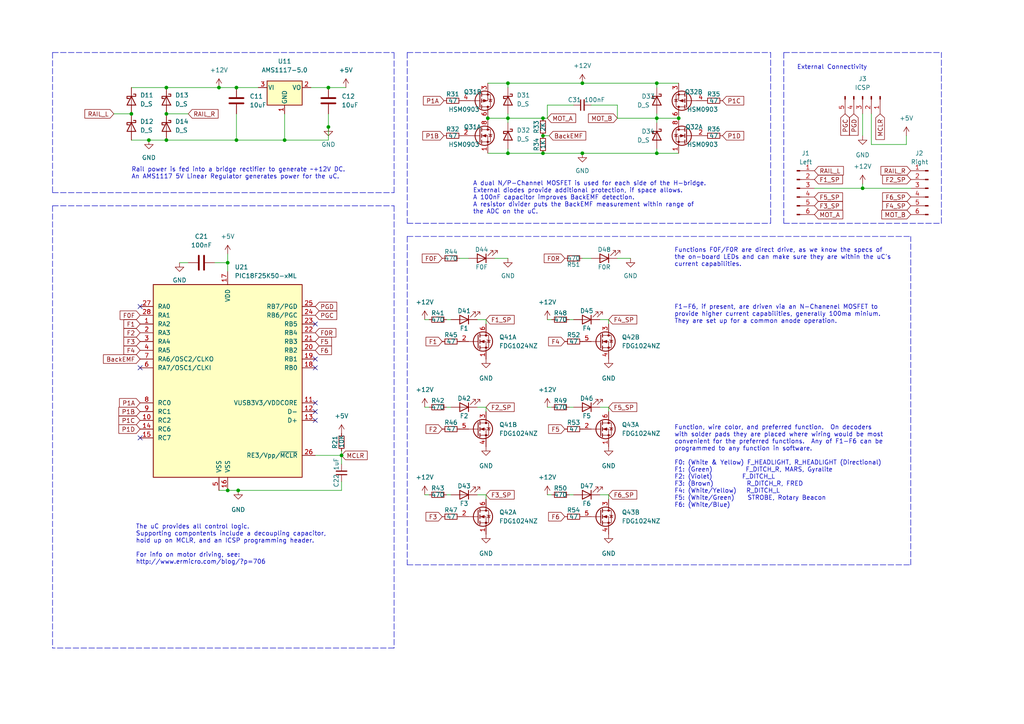
<source format=kicad_sch>
(kicad_sch (version 20211123) (generator eeschema)
  (paper "A4")
  (lib_symbols
    (symbol "Connector:Conn_01x05_Male" (pin_names (offset 1.016) hide)
      (property "Reference" "J" (at 0 7.62 0))
      (property "Value" "Conn_01x05_Male" (at 0 -7.62 0))
      (symbol "Conn_01x05_Male_1_1"
        (polyline (pts (xy 1.27 -5.08) (xy 0.8636 -5.08)) (stroke (width 0.1524)))
        (polyline (pts (xy 1.27 -2.54) (xy 0.8636 -2.54)) (stroke (width 0.1524)))
        (polyline (pts (xy 1.27 0) (xy 0.8636 0)) (stroke (width 0.1524)))
        (polyline (pts (xy 1.27 2.54) (xy 0.8636 2.54)) (stroke (width 0.1524)))
        (polyline (pts (xy 1.27 5.08) (xy 0.8636 5.08)) (stroke (width 0.1524)))
        (rectangle (start 0.8636 -4.953) (end 0 -5.207) (stroke (width 0.1524)) (fill (type outline)))
        (rectangle (start 0.8636 -2.413) (end 0 -2.667) (stroke (width 0.1524)) (fill (type outline)))
        (rectangle (start 0.8636 0.127) (end 0 -0.127) (stroke (width 0.1524)) (fill (type outline)))
        (rectangle (start 0.8636 2.667) (end 0 2.413) (stroke (width 0.1524)) (fill (type outline)))
        (rectangle (start 0.8636 5.207) (end 0 4.953) (stroke (width 0.1524)) (fill (type outline)))
        (pin passive line (at 5.08 5.08 180) (length 3.81) (name "Pin_1") (number "1"))
        (pin passive line (at 5.08 2.54 180) (length 3.81) (name "Pin_2") (number "2"))
        (pin passive line (at 5.08 0 180) (length 3.81) (name "Pin_3") (number "3"))
        (pin passive line (at 5.08 -2.54 180) (length 3.81) (name "Pin_4") (number "4"))
        (pin passive line (at 5.08 -5.08 180) (length 3.81) (name "Pin_5") (number "5"))
      )
    )
    (symbol "Connector:Conn_01x06_Male" (pin_names (offset 1.016) hide)
      (property "Reference" "J" (at 0 7.62 0))
      (property "Value" "Conn_01x06_Male" (at 0 -10.16 0))
      (symbol "Conn_01x06_Male_1_1"
        (polyline (pts (xy 1.27 -7.62) (xy 0.8636 -7.62)) (stroke (width 0.1524)))
        (polyline (pts (xy 1.27 -5.08) (xy 0.8636 -5.08)) (stroke (width 0.1524)))
        (polyline (pts (xy 1.27 -2.54) (xy 0.8636 -2.54)) (stroke (width 0.1524)))
        (polyline (pts (xy 1.27 0) (xy 0.8636 0)) (stroke (width 0.1524)))
        (polyline (pts (xy 1.27 2.54) (xy 0.8636 2.54)) (stroke (width 0.1524)))
        (polyline (pts (xy 1.27 5.08) (xy 0.8636 5.08)) (stroke (width 0.1524)))
        (rectangle (start 0.8636 -7.493) (end 0 -7.747) (stroke (width 0.1524)) (fill (type outline)))
        (rectangle (start 0.8636 -4.953) (end 0 -5.207) (stroke (width 0.1524)) (fill (type outline)))
        (rectangle (start 0.8636 -2.413) (end 0 -2.667) (stroke (width 0.1524)) (fill (type outline)))
        (rectangle (start 0.8636 0.127) (end 0 -0.127) (stroke (width 0.1524)) (fill (type outline)))
        (rectangle (start 0.8636 2.667) (end 0 2.413) (stroke (width 0.1524)) (fill (type outline)))
        (rectangle (start 0.8636 5.207) (end 0 4.953) (stroke (width 0.1524)) (fill (type outline)))
        (pin passive line (at 5.08 5.08 180) (length 3.81) (name "Pin_1") (number "1"))
        (pin passive line (at 5.08 2.54 180) (length 3.81) (name "Pin_2") (number "2"))
        (pin passive line (at 5.08 0 180) (length 3.81) (name "Pin_3") (number "3"))
        (pin passive line (at 5.08 -2.54 180) (length 3.81) (name "Pin_4") (number "4"))
        (pin passive line (at 5.08 -5.08 180) (length 3.81) (name "Pin_5") (number "5"))
        (pin passive line (at 5.08 -7.62 180) (length 3.81) (name "Pin_6") (number "6"))
      )
    )
    (symbol "Device:C" (pin_numbers hide) (pin_names (offset 0.254))
      (property "Reference" "C" (at 0.635 2.54 0))
      (property "Value" "C" (at 0.635 -2.54 0))
      (symbol "C_0_1"
        (polyline (pts (xy -2.032 -0.762) (xy 2.032 -0.762)) (stroke (width 0.508)))
        (polyline (pts (xy -2.032 0.762) (xy 2.032 0.762)) (stroke (width 0.508)))
      )
      (symbol "C_1_1"
        (pin passive line (at 0 3.81 270) (length 2.794) (name "~") (number "1"))
        (pin passive line (at 0 -3.81 90) (length 2.794) (name "~") (number "2"))
      )
    )
    (symbol "Device:C_Small" (pin_numbers hide) (pin_names (offset 0.254) hide)
      (property "Reference" "C" (at 0.254 1.778 0))
      (property "Value" "C_Small" (at 0.254 -2.032 0))
      (symbol "C_Small_0_1"
        (polyline (pts (xy -1.524 -0.508) (xy 1.524 -0.508)) (stroke (width 0.3302)))
        (polyline (pts (xy -1.524 0.508) (xy 1.524 0.508)) (stroke (width 0.3048)))
      )
      (symbol "C_Small_1_1"
        (pin passive line (at 0 2.54 270) (length 2.032) (name "~") (number "1"))
        (pin passive line (at 0 -2.54 90) (length 2.032) (name "~") (number "2"))
      )
    )
    (symbol "Device:D_Schottky" (pin_numbers hide) (pin_names (offset 1.016) hide)
      (property "Reference" "D" (at 0 2.54 0))
      (property "Value" "D_Schottky" (at 0 -2.54 0))
      (symbol "D_Schottky_0_1"
        (polyline (pts (xy 1.27 0) (xy -1.27 0)))
        (polyline (pts (xy 1.27 1.27) (xy 1.27 -1.27) (xy -1.27 0) (xy 1.27 1.27)) (stroke (width 0.254)))
        (polyline (pts (xy -1.905 0.635) (xy -1.905 1.27) (xy -1.27 1.27) (xy -1.27 -1.27) (xy -0.635 -1.27) (xy -0.635 -0.635)) (stroke (width 0.254)))
      )
      (symbol "D_Schottky_1_1"
        (pin passive line (at -3.81 0 0) (length 2.54) (name "K") (number "1"))
        (pin passive line (at 3.81 0 180) (length 2.54) (name "A") (number "2"))
      )
    )
    (symbol "Device:LED" (pin_numbers hide) (pin_names (offset 1.016) hide)
      (property "Reference" "D" (at 0 2.54 0))
      (property "Value" "LED" (at 0 -2.54 0))
      (symbol "LED_0_1"
        (polyline (pts (xy -1.27 -1.27) (xy -1.27 1.27)) (stroke (width 0.254)))
        (polyline (pts (xy -1.27 0) (xy 1.27 0)))
        (polyline (pts (xy 1.27 -1.27) (xy 1.27 1.27) (xy -1.27 0) (xy 1.27 -1.27)) (stroke (width 0.254)))
        (polyline (pts (xy -3.048 -0.762) (xy -4.572 -2.286) (xy -3.81 -2.286) (xy -4.572 -2.286) (xy -4.572 -1.524)))
        (polyline (pts (xy -1.778 -0.762) (xy -3.302 -2.286) (xy -2.54 -2.286) (xy -3.302 -2.286) (xy -3.302 -1.524)))
      )
      (symbol "LED_1_1"
        (pin passive line (at -3.81 0 0) (length 2.54) (name "K") (number "1"))
        (pin passive line (at 3.81 0 180) (length 2.54) (name "A") (number "2"))
      )
    )
    (symbol "Device:R_Small" (pin_numbers hide) (pin_names (offset 0.254) hide)
      (property "Reference" "R" (at 0.762 0.508 0))
      (property "Value" "R_Small" (at 0.762 -1.016 0))
      (symbol "R_Small_0_1"
        (rectangle (start -0.762 1.778) (end 0.762 -1.778) (stroke (width 0.2032)))
      )
      (symbol "R_Small_1_1"
        (pin passive line (at 0 2.54 270) (length 0.762) (name "~") (number "1"))
        (pin passive line (at 0 -2.54 90) (length 0.762) (name "~") (number "2"))
      )
    )
    (symbol "Leo's Library:TPC8408" (pin_names hide)
      (property "Reference" "Q" (at 5.08 1.905 0))
      (property "Value" "TPC8408" (at 5.08 0 0))
      (symbol "TPC8408_0_1"
        (polyline (pts (xy 0.254 0) (xy -2.54 0)))
        (polyline (pts (xy 0.254 1.905) (xy 0.254 -1.905)) (stroke (width 0.254)))
        (polyline (pts (xy 0.762 -1.27) (xy 0.762 -2.286)) (stroke (width 0.254)))
        (polyline (pts (xy 0.762 0.508) (xy 0.762 -0.508)) (stroke (width 0.254)))
        (polyline (pts (xy 0.762 2.286) (xy 0.762 1.27)) (stroke (width 0.254)))
        (polyline (pts (xy 2.54 2.54) (xy 2.54 1.778)))
        (polyline (pts (xy 2.54 -2.54) (xy 2.54 0) (xy 0.762 0)))
        (polyline (pts (xy 0.762 -1.778) (xy 3.302 -1.778) (xy 3.302 1.778) (xy 0.762 1.778)))
        (circle (center 1.651 0) (radius 2.794) (stroke (width 0.254)))
        (circle (center 2.54 -1.778) (radius 0.254) (fill (type outline)))
        (circle (center 2.54 1.778) (radius 0.254) (fill (type outline)))
      )
      (symbol "TPC8408_1_1"
        (polyline (pts (xy 1.016 0) (xy 2.032 0.381) (xy 2.032 -0.381) (xy 1.016 0)) (fill (type outline)))
        (polyline (pts (xy 2.794 0.508) (xy 2.921 0.381) (xy 3.683 0.381) (xy 3.81 0.254)))
        (polyline (pts (xy 3.302 0.381) (xy 2.921 -0.254) (xy 3.683 -0.254) (xy 3.302 0.381)))
        (pin passive line (at 2.54 -5.08 90) (length 2.54) (name "S") (number "1"))
        (pin input line (at -5.08 0 0) (length 2.54) (name "G") (number "2"))
        (pin passive line (at 2.54 5.08 270) (length 2.54) hide (name "D") (number "7"))
        (pin passive line (at 2.54 5.08 270) (length 2.54) (name "D") (number "8"))
      )
      (symbol "TPC8408_2_1"
        (polyline (pts (xy 2.286 0) (xy 1.27 0.381) (xy 1.27 -0.381) (xy 2.286 0)) (fill (type outline)))
        (polyline (pts (xy 2.794 -0.508) (xy 2.921 -0.381) (xy 3.683 -0.381) (xy 3.81 -0.254)))
        (polyline (pts (xy 3.302 -0.381) (xy 2.921 0.254) (xy 3.683 0.254) (xy 3.302 -0.381)))
        (pin passive line (at 2.54 -5.08 90) (length 2.54) (name "1") (number "3"))
        (pin input line (at -5.08 0 0) (length 2.54) (name "G") (number "4"))
        (pin passive line (at 2.54 5.08 270) (length 2.54) hide (name "D") (number "5"))
        (pin passive line (at 2.54 5.08 270) (length 2.54) (name "D") (number "6"))
      )
    )
    (symbol "MCU_Microchip_PIC18:PIC18F25K50-xML" (pin_names (offset 1.27))
      (property "Reference" "U" (at -20.32 30.48 0))
      (property "Value" "PIC18F25K50-xML" (at 12.7 -27.94 0))
      (symbol "PIC18F25K50-xML_0_1"
        (rectangle (start -21.59 29.21) (end 21.59 -26.67) (stroke (width 0.254)) (fill (type background)))
      )
      (symbol "PIC18F25K50-xML_1_1"
        (pin bidirectional line (at -25.4 17.78 0) (length 3.81) (name "RA2") (number "1"))
        (pin bidirectional line (at -25.4 -10.16 0) (length 3.81) (name "RC2") (number "10"))
        (pin bidirectional line (at 25.4 -5.08 180) (length 3.81) (name "VUSB3V3/VDDCORE") (number "11"))
        (pin bidirectional line (at 25.4 -7.62 180) (length 3.81) (name "D-") (number "12"))
        (pin bidirectional line (at 25.4 -10.16 180) (length 3.81) (name "D+") (number "13"))
        (pin bidirectional line (at -25.4 -12.7 0) (length 3.81) (name "RC6") (number "14"))
        (pin bidirectional line (at -25.4 -15.24 0) (length 3.81) (name "RC7") (number "15"))
        (pin power_in line (at 0 -30.48 90) (length 3.81) (name "VSS") (number "16"))
        (pin power_in line (at 0 33.02 270) (length 3.81) (name "VDD") (number "17"))
        (pin bidirectional line (at 25.4 5.08 180) (length 3.81) (name "RB0") (number "18"))
        (pin bidirectional line (at 25.4 7.62 180) (length 3.81) (name "RB1") (number "19"))
        (pin bidirectional line (at -25.4 15.24 0) (length 3.81) (name "RA3") (number "2"))
        (pin bidirectional line (at 25.4 10.16 180) (length 3.81) (name "RB2") (number "20"))
        (pin bidirectional line (at 25.4 12.7 180) (length 3.81) (name "RB3") (number "21"))
        (pin bidirectional line (at 25.4 15.24 180) (length 3.81) (name "RB4") (number "22"))
        (pin bidirectional line (at 25.4 17.78 180) (length 3.81) (name "RB5") (number "23"))
        (pin bidirectional line (at 25.4 20.32 180) (length 3.81) (name "RB6/PGC") (number "24"))
        (pin bidirectional line (at 25.4 22.86 180) (length 3.81) (name "RB7/PGD") (number "25"))
        (pin input line (at 25.4 -20.32 180) (length 3.81) (name "RE3/Vpp/~{MCLR}") (number "26"))
        (pin bidirectional line (at -25.4 22.86 0) (length 3.81) (name "RA0") (number "27"))
        (pin bidirectional line (at -25.4 20.32 0) (length 3.81) (name "RA1") (number "28"))
        (pin bidirectional line (at -25.4 12.7 0) (length 3.81) (name "RA4") (number "3"))
        (pin bidirectional line (at -25.4 10.16 0) (length 3.81) (name "RA5") (number "4"))
        (pin power_in line (at -2.54 -30.48 90) (length 3.81) (name "VSS") (number "5"))
        (pin input line (at -25.4 5.08 0) (length 3.81) (name "RA7/OSC1/CLKI") (number "6"))
        (pin output line (at -25.4 7.62 0) (length 3.81) (name "RA6/OSC2/CLKO") (number "7"))
        (pin bidirectional line (at -25.4 -5.08 0) (length 3.81) (name "RC0") (number "8"))
        (pin bidirectional line (at -25.4 -7.62 0) (length 3.81) (name "RC1") (number "9"))
      )
    )
    (symbol "Regulator_Linear:AMS1117-5.0" (pin_names (offset 0.254))
      (property "Reference" "U" (at -3.81 3.175 0))
      (property "Value" "AMS1117-5.0" (at 0 3.175 0))
      (symbol "AMS1117-5.0_0_1"
        (rectangle (start -5.08 -5.08) (end 5.08 1.905) (stroke (width 0.254)) (fill (type background)))
      )
      (symbol "AMS1117-5.0_1_1"
        (pin power_in line (at 0 -7.62 90) (length 2.54) (name "GND") (number "1"))
        (pin power_out line (at 7.62 0 180) (length 2.54) (name "VO") (number "2"))
        (pin power_in line (at -7.62 0 0) (length 2.54) (name "VI") (number "3"))
      )
    )
    (symbol "Transistor_FET:FDG1024NZ" (pin_names hide)
      (property "Reference" "Q" (at 5.08 1.905 0))
      (property "Value" "FDG1024NZ" (at 5.08 0 0))
      (symbol "FDG1024NZ_0_1"
        (polyline (pts (xy 0.254 0) (xy -2.54 0)))
        (polyline (pts (xy 0.254 1.905) (xy 0.254 -1.905)) (stroke (width 0.254)))
        (polyline (pts (xy 0.762 -1.27) (xy 0.762 -2.286)) (stroke (width 0.254)))
        (polyline (pts (xy 0.762 0.508) (xy 0.762 -0.508)) (stroke (width 0.254)))
        (polyline (pts (xy 0.762 2.286) (xy 0.762 1.27)) (stroke (width 0.254)))
        (polyline (pts (xy 2.54 2.54) (xy 2.54 1.778)))
        (polyline (pts (xy 2.54 -2.54) (xy 2.54 0) (xy 0.762 0)))
        (polyline (pts (xy 0.762 -1.778) (xy 3.302 -1.778) (xy 3.302 1.778) (xy 0.762 1.778)))
        (polyline (pts (xy 1.016 0) (xy 2.032 0.381) (xy 2.032 -0.381) (xy 1.016 0)) (fill (type outline)))
        (polyline (pts (xy 2.794 0.508) (xy 2.921 0.381) (xy 3.683 0.381) (xy 3.81 0.254)))
        (polyline (pts (xy 3.302 0.381) (xy 2.921 -0.254) (xy 3.683 -0.254) (xy 3.302 0.381)))
        (circle (center 1.651 0) (radius 2.794) (stroke (width 0.254)))
        (circle (center 2.54 -1.778) (radius 0.254) (fill (type outline)))
        (circle (center 2.54 1.778) (radius 0.254) (fill (type outline)))
      )
      (symbol "FDG1024NZ_1_1"
        (pin passive line (at 2.54 -5.08 90) (length 2.54) (name "S") (number "1"))
        (pin passive line (at -5.08 0 0) (length 2.54) (name "G") (number "2"))
        (pin passive line (at 2.54 5.08 270) (length 2.54) (name "D") (number "6"))
      )
      (symbol "FDG1024NZ_2_1"
        (pin passive line (at 2.54 5.08 270) (length 2.54) (name "D") (number "3"))
        (pin passive line (at 2.54 -5.08 90) (length 2.54) (name "S") (number "4"))
        (pin passive line (at -5.08 0 0) (length 2.54) (name "G") (number "5"))
      )
    )
    (symbol "power:+12V" (power) (pin_names (offset 0))
      (property "Value" "+12V" (at 0 3.556 0))
      (symbol "+12V_0_1"
        (polyline (pts (xy -0.762 1.27) (xy 0 2.54)))
        (polyline (pts (xy 0 0) (xy 0 2.54)))
        (polyline (pts (xy 0 2.54) (xy 0.762 1.27)))
      )
      (symbol "+12V_1_1"
        (pin power_in line (at 0 0 90) (length 0) hide (name "+12V") (number "1"))
      )
    )
    (symbol "power:+5V" (power) (pin_names (offset 0))
      (property "Value" "+5V" (at 0 3.556 0))
      (symbol "+5V_0_1"
        (polyline (pts (xy -0.762 1.27) (xy 0 2.54)))
        (polyline (pts (xy 0 0) (xy 0 2.54)))
        (polyline (pts (xy 0 2.54) (xy 0.762 1.27)))
      )
      (symbol "+5V_1_1"
        (pin power_in line (at 0 0 90) (length 0) hide (name "+5V") (number "1"))
      )
    )
    (symbol "power:GND" (power) (pin_names (offset 0))
      (property "Value" "GND" (at 0 -3.81 0))
      (symbol "GND_0_1"
        (polyline (pts (xy 0 0) (xy 0 -1.27) (xy 1.27 -1.27) (xy 0 -2.54) (xy -1.27 -1.27) (xy 0 -1.27)))
      )
      (symbol "GND_1_1"
        (pin power_in line (at 0 0 270) (length 0) hide (name "GND") (number "1"))
      )
    )
  )
  (junction (at 250.19 54.61))
  (junction (at 68.58 25.4))
  (junction (at 48.26 33.02))
  (junction (at 147.32 24.13))
  (junction (at 69.088 142.24))
  (junction (at 66.04 76.2))
  (junction (at 43.18 40.64))
  (junction (at 48.26 40.64))
  (junction (at 99.06 132.08))
  (junction (at 168.91 44.45))
  (junction (at 95.25 25.4))
  (junction (at 68.58 40.64))
  (junction (at 196.85 34.29))
  (junction (at 168.91 24.13))
  (junction (at 48.26 25.4))
  (junction (at 190.5 34.29))
  (junction (at 63.5 25.4))
  (junction (at 157.48 34.29))
  (junction (at 95.25 36.83))
  (junction (at 157.48 44.45))
  (junction (at 38.1 33.02))
  (junction (at 157.48 39.37))
  (junction (at 141.478 34.29))
  (junction (at 190.5 44.45))
  (junction (at 66.04 142.24))
  (junction (at 147.32 34.29))
  (junction (at 147.32 44.45))
  (junction (at 82.55 40.64))
  (junction (at 190.5 24.13))
  (no_connect (at 91.44 119.38))
  (no_connect (at 91.44 93.98))
  (no_connect (at 91.44 104.14))
  (no_connect (at 91.44 106.68))
  (no_connect (at 40.64 106.68))
  (no_connect (at 40.64 88.9))
  (no_connect (at 40.64 127))
  (no_connect (at 91.44 116.84))
  (no_connect (at 91.44 121.92))
  (wire (pts (xy 250.19 54.61) (xy 264.16 54.61)))
  (wire (pts (xy 250.19 53.34) (xy 250.19 54.61)))
  (wire (pts (xy 190.5 43.18) (xy 190.5 44.45)))
  (wire (pts (xy 82.55 40.64) (xy 82.55 33.02)))
  (wire (pts (xy 158.75 143.51) (xy 160.02 143.51)))
  (wire (pts (xy 147.32 24.13) (xy 168.91 24.13)))
  (wire (pts (xy 176.53 143.51) (xy 176.53 144.78)))
  (wire (pts (xy 52.07 76.2) (xy 54.61 76.2)))
  (wire (pts (xy 129.54 118.11) (xy 130.81 118.11)))
  (wire (pts (xy 138.43 143.51) (xy 140.97 143.51)))
  (wire (pts (xy 68.58 33.02) (xy 68.58 40.64)))
  (wire (pts (xy 140.97 118.11) (xy 140.97 119.38)))
  (wire (pts (xy 190.5 34.29) (xy 190.5 35.56)))
  (wire (pts (xy 190.5 24.13) (xy 196.85 24.13)))
  (wire (pts (xy 95.25 25.4) (xy 100.33 25.4)))
  (wire (pts (xy 147.32 43.18) (xy 147.32 44.45)))
  (wire (pts (xy 168.91 74.93) (xy 171.45 74.93)))
  (wire (pts (xy 252.73 41.91) (xy 262.89 41.91)))
  (wire (pts (xy 69.088 142.24) (xy 99.06 142.24)))
  (polyline (pts (xy 227.33 15.24) (xy 273.05 15.24)))
  (wire (pts (xy 141.478 44.45) (xy 147.32 44.45)))
  (wire (pts (xy 252.73 33.02) (xy 252.73 41.91)))
  (wire (pts (xy 173.99 92.71) (xy 176.53 92.71)))
  (wire (pts (xy 141.478 34.29) (xy 147.32 34.29)))
  (wire (pts (xy 66.04 73.66) (xy 66.04 76.2)))
  (wire (pts (xy 165.1 118.11) (xy 166.37 118.11)))
  (wire (pts (xy 138.43 92.71) (xy 140.97 92.71)))
  (wire (pts (xy 95.25 36.83) (xy 95.25 33.02)))
  (wire (pts (xy 140.97 92.71) (xy 140.97 93.98)))
  (wire (pts (xy 140.97 143.51) (xy 140.97 144.78)))
  (wire (pts (xy 82.55 40.64) (xy 95.25 40.64)))
  (wire (pts (xy 48.26 40.64) (xy 68.58 40.64)))
  (wire (pts (xy 190.5 33.02) (xy 190.5 34.29)))
  (polyline (pts (xy 273.05 64.77) (xy 273.05 15.24)))
  (polyline (pts (xy 118.11 64.77) (xy 223.52 64.77)))
  (polyline (pts (xy 227.33 15.24) (xy 227.33 64.77)))
  (wire (pts (xy 176.53 92.71) (xy 176.53 93.98)))
  (wire (pts (xy 66.04 142.24) (xy 69.088 142.24)))
  (wire (pts (xy 147.32 34.29) (xy 147.32 35.56)))
  (wire (pts (xy 157.48 44.45) (xy 168.91 44.45)))
  (wire (pts (xy 179.07 74.93) (xy 182.88 74.93)))
  (wire (pts (xy 190.5 24.13) (xy 190.5 25.4)))
  (wire (pts (xy 147.32 24.13) (xy 147.32 25.4)))
  (wire (pts (xy 48.26 33.02) (xy 54.61 33.02)))
  (polyline (pts (xy 227.33 64.77) (xy 273.05 64.77)))
  (wire (pts (xy 33.02 33.02) (xy 38.1 33.02)))
  (wire (pts (xy 38.1 25.4) (xy 48.26 25.4)))
  (wire (pts (xy 95.25 40.64) (xy 95.25 36.83)))
  (wire (pts (xy 158.75 92.71) (xy 160.02 92.71)))
  (polyline (pts (xy 118.11 68.58) (xy 118.11 163.83)))
  (polyline (pts (xy 223.52 64.77) (xy 223.52 15.24)))
  (polyline (pts (xy 118.11 68.58) (xy 264.16 68.58)))
  (wire (pts (xy 68.58 40.64) (xy 82.55 40.64)))
  (polyline (pts (xy 118.11 15.24) (xy 223.52 15.24)))
  (wire (pts (xy 141.478 24.13) (xy 147.32 24.13)))
  (wire (pts (xy 66.04 76.2) (xy 66.04 78.74)))
  (wire (pts (xy 179.07 34.29) (xy 190.5 34.29)))
  (wire (pts (xy 68.58 25.4) (xy 74.93 25.4)))
  (wire (pts (xy 62.23 76.2) (xy 66.04 76.2)))
  (polyline (pts (xy 118.11 15.24) (xy 118.11 64.77)))
  (wire (pts (xy 179.07 30.48) (xy 179.07 34.29)))
  (wire (pts (xy 158.75 118.11) (xy 160.02 118.11)))
  (wire (pts (xy 165.1 92.71) (xy 166.37 92.71)))
  (polyline (pts (xy 15.24 15.24) (xy 114.3 15.24)))
  (wire (pts (xy 165.1 143.51) (xy 166.37 143.51)))
  (wire (pts (xy 158.75 30.48) (xy 158.75 34.29)))
  (wire (pts (xy 166.37 30.48) (xy 158.75 30.48)))
  (wire (pts (xy 90.17 25.4) (xy 95.25 25.4)))
  (wire (pts (xy 133.35 74.93) (xy 135.89 74.93)))
  (wire (pts (xy 168.91 24.13) (xy 190.5 24.13)))
  (wire (pts (xy 129.54 143.51) (xy 130.81 143.51)))
  (wire (pts (xy 176.53 118.11) (xy 176.53 119.38)))
  (wire (pts (xy 138.43 118.11) (xy 140.97 118.11)))
  (wire (pts (xy 236.22 54.61) (xy 250.19 54.61)))
  (polyline (pts (xy 118.11 163.83) (xy 264.16 163.83)))
  (wire (pts (xy 123.19 143.51) (xy 124.46 143.51)))
  (wire (pts (xy 123.19 92.71) (xy 124.46 92.71)))
  (wire (pts (xy 190.5 34.29) (xy 196.85 34.29)))
  (wire (pts (xy 63.5 25.4) (xy 68.58 25.4)))
  (wire (pts (xy 91.44 132.08) (xy 99.06 132.08)))
  (wire (pts (xy 63.5 142.24) (xy 66.04 142.24)))
  (wire (pts (xy 147.32 44.45) (xy 157.48 44.45)))
  (polyline (pts (xy 15.24 15.24) (xy 15.24 55.88)))
  (polyline (pts (xy 114.3 55.88) (xy 114.3 15.24)))
  (polyline (pts (xy 264.16 163.83) (xy 264.16 68.58)))
  (wire (pts (xy 143.51 74.93) (xy 147.32 74.93)))
  (polyline (pts (xy 114.3 187.96) (xy 15.24 187.96)))
  (polyline (pts (xy 15.24 59.69) (xy 15.24 187.96)))
  (wire (pts (xy 173.99 118.11) (xy 176.53 118.11)))
  (wire (pts (xy 129.54 92.71) (xy 130.81 92.71)))
  (wire (pts (xy 99.06 130.81) (xy 99.06 132.08)))
  (wire (pts (xy 43.18 40.64) (xy 48.26 40.64)))
  (wire (pts (xy 250.19 33.02) (xy 250.19 39.37)))
  (wire (pts (xy 38.1 40.64) (xy 43.18 40.64)))
  (wire (pts (xy 147.32 34.29) (xy 157.48 34.29)))
  (wire (pts (xy 171.45 30.48) (xy 179.07 30.48)))
  (wire (pts (xy 123.19 118.11) (xy 124.46 118.11)))
  (wire (pts (xy 190.5 44.45) (xy 196.85 44.45)))
  (wire (pts (xy 99.06 132.08) (xy 99.06 134.62)))
  (wire (pts (xy 99.06 142.24) (xy 99.06 139.7)))
  (wire (pts (xy 262.89 41.91) (xy 262.89 39.37)))
  (polyline (pts (xy 15.24 59.69) (xy 114.3 59.69)))
  (wire (pts (xy 173.99 143.51) (xy 176.53 143.51)))
  (wire (pts (xy 157.48 39.37) (xy 159.258 39.37)))
  (wire (pts (xy 48.26 25.4) (xy 63.5 25.4)))
  (wire (pts (xy 157.48 34.29) (xy 158.75 34.29)))
  (wire (pts (xy 147.32 33.02) (xy 147.32 34.29)))
  (polyline (pts (xy 114.3 59.69) (xy 114.3 187.96)))
  (wire (pts (xy 168.91 44.45) (xy 190.5 44.45)))
  (polyline (pts (xy 15.24 55.88) (xy 114.3 55.88)))
  (text "Function, wire color, and preferred function.  On decoders\nwith solder pads they are placed where wiring would be most\nconvenient for the preferred functions.  Any of F1-F6 can be\nprogrammed to any function in software.\n\nF0: (White & Yellow) F_HEADLIGHT, R_HEADLIGHT (Directional)\nF1: (Green)          F_DITCH_R, MARS, Gyralite\nF2: (Violet)         F_DITCH_L\nF3: (Brown)          R_DITCH_R, FRED\nF4: (White/Yellow)   R_DITCH_L\nF5: (White/Green)    STROBE, Rotary Beacon\nF6: (White/Blue)" (at 195.58 147.32 0) (effects (font (size 1.27 1.27)) (justify left bottom)))
  (text "External Connectivity" (at 231.14 20.32 0) (effects (font (size 1.27 1.27)) (justify left bottom)))
  (text "F1-F6, if present, are driven via an N-Chanenel MOSFET to \nprovide higher current capabilities, generally 100ma minium.\nThey are set up for a common anode operation." (at 195.58 93.98 0) (effects (font (size 1.27 1.27)) (justify left bottom)))
  (text "The uC provides all control logic.\nSupporting compontents include a decoupling capacitor,\nhold up on MCLR, and an ICSP programming header.\n\nFor info on motor driving, see:\nhttp://www.ermicro.com/blog/?p=706" (at 39.37 163.83 0) (effects (font (size 1.27 1.27)) (justify left bottom)))
  (text "A dual N/P-Channel MOSFET is used for each side of the H-bridge.\nExternal diodes provide additional protection, if space allows.\nA 100nF capacitor improves BackEMF detection.\nA resistor divider puts the BackEMF measurement within range of\nthe ADC on the uC." (at 137.16 62.23 0) (effects (font (size 1.27 1.27)) (justify left bottom)))
  (text "Functions F0F/F0R are direct drive, as we know the specs of\nthe on-board LEDs and can make sure they are within the uC's\ncurrent capabilities." (at 195.58 77.47 0) (effects (font (size 1.27 1.27)) (justify left bottom)))
  (text "Rail power is fed into a bridge rectifier to generate ~+12V DC.\nAn AMS1117 5V Linear Regulator generates power for the uC." (at 38.1 52.07 0) (effects (font (size 1.27 1.27)) (justify left bottom)))
  (global_label "F2" (shape input) (at 128.27 124.46 180) (property "Intersheet References" "${INTERSHEET_REFS}" (effects hide)))
  (global_label "PGD" (shape input) (at 91.44 88.9 0) (property "Intersheet References" "${INTERSHEET_REFS}" (effects hide)))
  (global_label "RAIL_L" (shape input) (at 236.22 49.53 0) (property "Intersheet References" "${INTERSHEET_REFS}" (effects hide)))
  (global_label "MOT_A" (shape input) (at 236.22 62.23 0) (property "Intersheet References" "${INTERSHEET_REFS}" (effects hide)))
  (global_label "RAIL_L" (shape input) (at 33.02 33.02 180) (property "Intersheet References" "${INTERSHEET_REFS}" (effects hide)))
  (global_label "P1A" (shape input) (at 40.64 116.84 180) (property "Intersheet References" "${INTERSHEET_REFS}" (effects hide)))
  (global_label "MOT_B" (shape input) (at 179.07 34.29 180) (property "Intersheet References" "${INTERSHEET_REFS}" (effects hide)))
  (global_label "BackEMF" (shape input) (at 159.258 39.37 0) (property "Intersheet References" "${INTERSHEET_REFS}" (effects hide)))
  (global_label "MCLR" (shape input) (at 99.06 132.08 0) (property "Intersheet References" "${INTERSHEET_REFS}" (effects hide)))
  (global_label "MCLR" (shape input) (at 255.27 33.02 270) (property "Intersheet References" "${INTERSHEET_REFS}" (effects hide)))
  (global_label "P1B" (shape input) (at 40.64 119.38 180) (property "Intersheet References" "${INTERSHEET_REFS}" (effects hide)))
  (global_label "F1" (shape input) (at 128.27 99.06 180) (property "Intersheet References" "${INTERSHEET_REFS}" (effects hide)))
  (global_label "F4" (shape input) (at 163.83 99.06 180) (property "Intersheet References" "${INTERSHEET_REFS}" (effects hide)))
  (global_label "P1C" (shape input) (at 209.55 29.21 0) (property "Intersheet References" "${INTERSHEET_REFS}" (effects hide)))
  (global_label "F0R" (shape input) (at 163.83 74.93 180) (property "Intersheet References" "${INTERSHEET_REFS}" (effects hide)))
  (global_label "P1C" (shape input) (at 40.64 121.92 180) (property "Intersheet References" "${INTERSHEET_REFS}" (effects hide)))
  (global_label "F4_SP" (shape input) (at 264.16 59.69 180) (property "Intersheet References" "${INTERSHEET_REFS}" (effects hide)))
  (global_label "PGD" (shape input) (at 247.65 33.02 270) (property "Intersheet References" "${INTERSHEET_REFS}" (effects hide)))
  (global_label "F5" (shape input) (at 91.44 99.06 0) (property "Intersheet References" "${INTERSHEET_REFS}" (effects hide)))
  (global_label "F0R" (shape input) (at 91.44 96.52 0) (property "Intersheet References" "${INTERSHEET_REFS}" (effects hide)))
  (global_label "F0F" (shape input) (at 40.64 91.44 180) (property "Intersheet References" "${INTERSHEET_REFS}" (effects hide)))
  (global_label "F6_SP" (shape input) (at 176.53 143.51 0) (property "Intersheet References" "${INTERSHEET_REFS}" (effects hide)))
  (global_label "F2" (shape input) (at 40.64 96.52 180) (property "Intersheet References" "${INTERSHEET_REFS}" (effects hide)))
  (global_label "RAIL_R" (shape input) (at 54.61 33.02 0) (property "Intersheet References" "${INTERSHEET_REFS}" (effects hide)))
  (global_label "F4_SP" (shape input) (at 176.53 92.71 0) (property "Intersheet References" "${INTERSHEET_REFS}" (effects hide)))
  (global_label "RAIL_R" (shape input) (at 264.16 49.53 180) (property "Intersheet References" "${INTERSHEET_REFS}" (effects hide)))
  (global_label "F6" (shape input) (at 163.83 149.86 180) (property "Intersheet References" "${INTERSHEET_REFS}" (effects hide)))
  (global_label "PGC" (shape input) (at 91.44 91.44 0) (property "Intersheet References" "${INTERSHEET_REFS}" (effects hide)))
  (global_label "F3_SP" (shape input) (at 236.22 59.69 0) (property "Intersheet References" "${INTERSHEET_REFS}" (effects hide)))
  (global_label "F6_SP" (shape input) (at 264.16 57.15 180) (property "Intersheet References" "${INTERSHEET_REFS}" (effects hide)))
  (global_label "F3_SP" (shape input) (at 140.97 143.51 0) (property "Intersheet References" "${INTERSHEET_REFS}" (effects hide)))
  (global_label "F3" (shape input) (at 128.27 149.86 180) (property "Intersheet References" "${INTERSHEET_REFS}" (effects hide)))
  (global_label "F5" (shape input) (at 163.83 124.46 180) (property "Intersheet References" "${INTERSHEET_REFS}" (effects hide)))
  (global_label "F1_SP" (shape input) (at 140.97 92.71 0) (property "Intersheet References" "${INTERSHEET_REFS}" (effects hide)))
  (global_label "F6" (shape input) (at 91.44 101.6 0) (property "Intersheet References" "${INTERSHEET_REFS}" (effects hide)))
  (global_label "BackEMF" (shape input) (at 40.64 104.14 180) (property "Intersheet References" "${INTERSHEET_REFS}" (effects hide)))
  (global_label "F4" (shape input) (at 40.64 101.6 180) (property "Intersheet References" "${INTERSHEET_REFS}" (effects hide)))
  (global_label "F0F" (shape input) (at 128.27 74.93 180) (property "Intersheet References" "${INTERSHEET_REFS}" (effects hide)))
  (global_label "P1D" (shape input) (at 209.55 39.37 0) (property "Intersheet References" "${INTERSHEET_REFS}" (effects hide)))
  (global_label "F5_SP" (shape input) (at 176.53 118.11 0) (property "Intersheet References" "${INTERSHEET_REFS}" (effects hide)))
  (global_label "MOT_A" (shape input) (at 158.75 34.29 0) (property "Intersheet References" "${INTERSHEET_REFS}" (effects hide)))
  (global_label "MOT_B" (shape input) (at 264.16 62.23 180) (property "Intersheet References" "${INTERSHEET_REFS}" (effects hide)))
  (global_label "F1" (shape input) (at 40.64 93.98 180) (property "Intersheet References" "${INTERSHEET_REFS}" (effects hide)))
  (global_label "F5_SP" (shape input) (at 236.22 57.15 0) (property "Intersheet References" "${INTERSHEET_REFS}" (effects hide)))
  (global_label "F1_SP" (shape input) (at 236.22 52.07 0) (property "Intersheet References" "${INTERSHEET_REFS}" (effects hide)))
  (global_label "F3" (shape input) (at 40.64 99.06 180) (property "Intersheet References" "${INTERSHEET_REFS}" (effects hide)))
  (global_label "PGC" (shape input) (at 245.11 33.02 270) (property "Intersheet References" "${INTERSHEET_REFS}" (effects hide)))
  (global_label "P1A" (shape input) (at 128.778 29.21 180) (property "Intersheet References" "${INTERSHEET_REFS}" (effects hide)))
  (global_label "F2_SP" (shape input) (at 140.97 118.11 0) (property "Intersheet References" "${INTERSHEET_REFS}" (effects hide)))
  (global_label "P1B" (shape input) (at 128.778 39.37 180) (property "Intersheet References" "${INTERSHEET_REFS}" (effects hide)))
  (global_label "P1D" (shape input) (at 40.64 124.46 180) (property "Intersheet References" "${INTERSHEET_REFS}" (effects hide)))
  (global_label "F2_SP" (shape input) (at 264.16 52.07 180) (property "Intersheet References" "${INTERSHEET_REFS}" (effects hide)))
  (symbol (lib_id "Device:LED") (at 170.18 118.11 180) (unit 1)
    (property "Reference" "D46" (at 170.18 115.57 0))
    (property "Value" "F5" (at 170.18 120.65 0))
    (property "Footprint" "LED_SMD:LED_0805_2012Metric" (effects hide))
  )
  (symbol (lib_id "power:GND") (at 140.97 104.14 0) (unit 1)
    (property "Reference" "#PWR044" (effects hide))
    (property "Value" "GND" (at 140.97 109.728 0))
  )
  (symbol (lib_id "power:+12V") (at 123.19 118.11 0) (unit 1)
    (property "Reference" "#PWR042" (effects hide))
    (property "Value" "+12V" (at 123.19 113.03 0))
  )
  (symbol (lib_id "Device:R_Small") (at 127 118.11 90) (unit 1)
    (property "Reference" "R42" (at 127 116.205 90))
    (property "Value" "470" (at 127 118.11 90))
    (property "Footprint" "Resistor_SMD:R_0402_1005Metric" (effects hide))
  )
  (symbol (lib_id "Leo's Library:TPC8408") (at 199.39 29.21 180) (unit 2)
    (property "Reference" "Q32" (at 203.835 26.67 0) (effects (justify left)))
    (property "Value" "HSM0903" (at 208.28 31.75 0) (effects (justify left)))
    (property "Footprint" "Package_SO:SOP-8_3.9x4.9mm_P1.27mm" (effects hide))
    (property "Datasheet" "https://datasheet.lcsc.com/lcsc/2110221630_HUASHUO-HSM0903_C2903558.pdf" (effects hide))
  )
  (symbol (lib_id "Device:D_Schottky") (at 38.1 36.83 270) (unit 1)
    (property "Reference" "D12" (at 40.64 35.2424 90) (effects (justify left)))
    (property "Value" "D_S" (at 40.64 37.7824 90) (effects (justify left)))
    (property "Footprint" "Diode_SMD:D_SOD-523" (effects hide))
  )
  (symbol (lib_id "Device:R_Small") (at 166.37 149.86 90) (unit 1)
    (property "Reference" "R54" (at 166.37 147.955 90))
    (property "Value" "47" (at 166.37 149.86 90))
    (property "Footprint" "Resistor_SMD:R_0402_1005Metric" (effects hide))
  )
  (symbol (lib_id "Device:LED") (at 170.18 143.51 180) (unit 1)
    (property "Reference" "D47" (at 170.18 140.97 0))
    (property "Value" "F6" (at 170.18 146.05 0))
    (property "Footprint" "LED_SMD:LED_0805_2012Metric" (effects hide))
  )
  (symbol (lib_id "Transistor_FET:FDG1024NZ") (at 173.99 124.46 0) (unit 1)
    (property "Reference" "Q43" (at 180.34 123.1899 0) (effects (justify left)))
    (property "Value" "FDG1024NZ" (at 180.34 125.7299 0) (effects (justify left)))
    (property "Footprint" "Package_TO_SOT_SMD:SOT-363_SC-70-6" (effects hide))
    (property "Datasheet" "https://www.onsemi.com/pub/Collateral/FDG1024NZ-D.pdf" (effects hide))
  )
  (symbol (lib_id "power:GND") (at 69.088 142.24 0) (unit 1)
    (property "Reference" "#PWR023" (effects hide))
    (property "Value" "GND" (at 69.088 147.828 0))
  )
  (symbol (lib_id "Device:R_Small") (at 162.56 143.51 90) (unit 1)
    (property "Reference" "R50" (at 162.56 141.605 90))
    (property "Value" "470" (at 162.56 143.51 90))
    (property "Footprint" "Resistor_SMD:R_0402_1005Metric" (effects hide))
  )
  (symbol (lib_id "power:GND") (at 250.19 39.37 0) (unit 1)
    (property "Reference" "#PWR0106" (effects hide))
    (property "Value" "GND" (at 250.19 44.958 0))
  )
  (symbol (lib_id "Device:R_Small") (at 157.48 41.91 180) (unit 1)
    (property "Reference" "R34" (at 155.575 41.91 90))
    (property "Value" "1K" (at 157.48 41.91 90))
    (property "Footprint" "Resistor_SMD:R_0402_1005Metric" (effects hide))
  )
  (symbol (lib_id "Regulator_Linear:AMS1117-5.0") (at 82.55 25.4 0) (unit 1)
    (property "Reference" "U11" (at 82.55 17.78 0))
    (property "Value" "AMS1117-5.0" (at 82.55 20.32 0))
    (property "Footprint" "Package_TO_SOT_SMD:SOT-223-3_TabPin2" (effects hide))
    (property "Datasheet" "http://www.advanced-monolithic.com/pdf/ds1117.pdf" (effects hide))
  )
  (symbol (lib_id "power:+12V") (at 168.91 24.13 0) (unit 1)
    (property "Reference" "#PWR031" (effects hide))
    (property "Value" "+12V" (at 168.91 19.05 0))
  )
  (symbol (lib_id "power:GND") (at 52.07 76.2 0) (unit 1)
    (property "Reference" "#PWR021" (effects hide))
    (property "Value" "GND" (at 52.07 81.28 0))
  )
  (symbol (lib_id "Device:R_Small") (at 130.81 124.46 90) (unit 1)
    (property "Reference" "R46" (at 130.81 122.555 90))
    (property "Value" "47" (at 130.81 124.46 90))
    (property "Footprint" "Resistor_SMD:R_0402_1005Metric" (effects hide))
  )
  (symbol (lib_id "Device:LED") (at 170.18 92.71 180) (unit 1)
    (property "Reference" "D45" (at 170.18 90.17 0))
    (property "Value" "F4" (at 170.18 95.25 0))
    (property "Footprint" "LED_SMD:LED_0805_2012Metric" (effects hide))
  )
  (symbol (lib_id "Transistor_FET:FDG1024NZ") (at 173.99 99.06 0) (unit 2)
    (property "Reference" "Q42" (at 180.34 97.7899 0) (effects (justify left)))
    (property "Value" "FDG1024NZ" (at 180.34 100.3299 0) (effects (justify left)))
    (property "Footprint" "Package_TO_SOT_SMD:SOT-363_SC-70-6" (effects hide))
    (property "Datasheet" "https://www.onsemi.com/pub/Collateral/FDG1024NZ-D.pdf" (effects hide))
  )
  (symbol (lib_id "Device:LED") (at 175.26 74.93 180) (unit 1)
    (property "Reference" "D48" (at 175.26 72.39 0))
    (property "Value" "F0R" (at 175.26 77.47 0))
    (property "Footprint" "LED_SMD:LED_0805_2012Metric" (effects hide))
  )
  (symbol (lib_id "Device:R_Small") (at 207.01 29.21 90) (unit 1)
    (property "Reference" "R35" (at 207.01 27.305 90))
    (property "Value" "47" (at 207.01 29.21 90))
    (property "Footprint" "Resistor_SMD:R_0402_1005Metric" (effects hide))
  )
  (symbol (lib_id "Device:R_Small") (at 162.56 118.11 90) (unit 1)
    (property "Reference" "R49" (at 162.56 116.205 90))
    (property "Value" "470" (at 162.56 118.11 90))
    (property "Footprint" "Resistor_SMD:R_0402_1005Metric" (effects hide))
  )
  (symbol (lib_id "Device:C") (at 95.25 29.21 0) (unit 1)
    (property "Reference" "C12" (at 99.06 27.9399 0) (effects (justify left)))
    (property "Value" "10uF" (at 99.06 30.4799 0) (effects (justify left)))
    (property "Footprint" "Capacitor_SMD:C_0805_2012Metric" (effects hide))
  )
  (symbol (lib_id "power:GND") (at 140.97 129.54 0) (unit 1)
    (property "Reference" "#PWR045" (effects hide))
    (property "Value" "GND" (at 140.97 135.128 0))
  )
  (symbol (lib_id "power:GND") (at 147.32 74.93 0) (unit 1)
    (property "Reference" "#PWR047" (effects hide))
    (property "Value" "GND" (at 147.32 80.01 0))
  )
  (symbol (lib_id "Transistor_FET:FDG1024NZ") (at 138.43 149.86 0) (unit 1)
    (property "Reference" "Q42" (at 144.78 148.5899 0) (effects (justify left)))
    (property "Value" "FDG1024NZ" (at 144.78 151.1299 0) (effects (justify left)))
    (property "Footprint" "Package_TO_SOT_SMD:SOT-363_SC-70-6" (effects hide))
    (property "Datasheet" "https://www.onsemi.com/pub/Collateral/FDG1024NZ-D.pdf" (effects hide))
  )
  (symbol (lib_id "Device:R_Small") (at 131.318 29.21 90) (unit 1)
    (property "Reference" "R31" (at 131.318 27.305 90))
    (property "Value" "47" (at 131.318 29.21 90))
    (property "Footprint" "Resistor_SMD:R_0402_1005Metric" (effects hide))
  )
  (symbol (lib_id "Leo's Library:TPC8408") (at 138.938 39.37 0) (unit 1)
    (property "Reference" "Q31" (at 134.493 36.83 0) (effects (justify left)))
    (property "Value" "HSM0903" (at 130.048 41.91 0) (effects (justify left)))
    (property "Footprint" "Package_SO:SOP-8_3.9x4.9mm_P1.27mm" (effects hide))
    (property "Datasheet" "https://datasheet.lcsc.com/lcsc/2110221630_HUASHUO-HSM0903_C2903558.pdf" (effects hide))
  )
  (symbol (lib_id "power:+12V") (at 158.75 118.11 0) (unit 1)
    (property "Reference" "#PWR049" (effects hide))
    (property "Value" "+12V" (at 158.75 113.03 0))
  )
  (symbol (lib_id "power:+5V") (at 262.89 39.37 0) (unit 1)
    (property "Reference" "#PWR0107" (effects hide))
    (property "Value" "+5V" (at 262.89 34.29 0))
  )
  (symbol (lib_id "power:+12V") (at 158.75 143.51 0) (unit 1)
    (property "Reference" "#PWR050" (effects hide))
    (property "Value" "+12V" (at 158.75 138.43 0))
  )
  (symbol (lib_id "Device:D_Schottky") (at 190.5 29.21 270) (unit 1)
    (property "Reference" "D33" (at 186.055 27.94 90) (effects (justify left)))
    (property "Value" "D_S" (at 184.785 30.48 90) (effects (justify left)))
    (property "Footprint" "Diode_SMD:D_SOD-523" (effects hide))
  )
  (symbol (lib_id "Device:LED") (at 139.7 74.93 180) (unit 1)
    (property "Reference" "D44" (at 139.7 72.39 0))
    (property "Value" "F0F" (at 139.7 77.47 0))
    (property "Footprint" "LED_SMD:LED_0805_2012Metric" (effects hide))
  )
  (symbol (lib_id "Leo's Library:TPC8408") (at 199.39 39.37 0) (mirror y) (unit 1)
    (property "Reference" "Q32" (at 203.835 36.83 0) (effects (justify left)))
    (property "Value" "HSM0903" (at 208.28 41.91 0) (effects (justify left)))
    (property "Footprint" "Package_SO:SOP-8_3.9x4.9mm_P1.27mm" (effects hide))
    (property "Datasheet" "https://datasheet.lcsc.com/lcsc/2110221630_HUASHUO-HSM0903_C2903558.pdf" (effects hide))
  )
  (symbol (lib_id "power:+12V") (at 123.19 92.71 0) (unit 1)
    (property "Reference" "#PWR041" (effects hide))
    (property "Value" "+12V" (at 123.19 87.63 0))
  )
  (symbol (lib_id "Device:C_Small") (at 99.06 137.16 180) (unit 1)
    (property "Reference" "C22" (at 97.536 139.446 90))
    (property "Value" "1uF" (at 97.536 134.62 90))
    (property "Footprint" "Capacitor_SMD:C_0805_2012Metric" (effects hide))
  )
  (symbol (lib_id "Device:D_Schottky") (at 48.26 36.83 270) (unit 1)
    (property "Reference" "D14" (at 50.8 35.2424 90) (effects (justify left)))
    (property "Value" "D_S" (at 50.8 37.7824 90) (effects (justify left)))
    (property "Footprint" "Diode_SMD:D_SOD-523" (effects hide))
  )
  (symbol (lib_id "Device:D_Schottky") (at 147.32 29.21 270) (unit 1)
    (property "Reference" "D31" (at 149.86 27.6224 90) (effects (justify left)))
    (property "Value" "D_S" (at 149.86 30.1624 90) (effects (justify left)))
    (property "Footprint" "Diode_SMD:D_SOD-523" (effects hide))
  )
  (symbol (lib_id "Leo's Library:TPC8408") (at 138.938 29.21 0) (mirror x) (unit 2)
    (property "Reference" "Q31" (at 134.493 26.67 0) (effects (justify left)))
    (property "Value" "HSM0903" (at 130.048 31.75 0) (effects (justify left)))
    (property "Footprint" "Package_SO:SOP-8_3.9x4.9mm_P1.27mm" (effects hide))
    (property "Datasheet" "https://datasheet.lcsc.com/lcsc/2110221630_HUASHUO-HSM0903_C2903558.pdf" (effects hide))
  )
  (symbol (lib_id "power:GND") (at 168.91 44.45 0) (unit 1)
    (property "Reference" "#PWR032" (effects hide))
    (property "Value" "GND" (at 168.91 49.53 0))
  )
  (symbol (lib_id "Connector:Conn_01x06_Male") (at 231.14 54.61 0) (unit 1)
    (property "Reference" "J1" (at 233.68 44.45 0))
    (property "Value" "Left" (at 233.68 46.99 0))
    (property "Footprint" "Connector_PinHeader_2.54mm:PinHeader_1x06_P2.54mm_Vertical" (effects hide))
  )
  (symbol (lib_id "power:GND") (at 176.53 154.94 0) (unit 1)
    (property "Reference" "#PWR053" (effects hide))
    (property "Value" "GND" (at 176.53 160.528 0))
  )
  (symbol (lib_id "Device:D_Schottky") (at 38.1 29.21 270) (unit 1)
    (property "Reference" "D11" (at 40.64 27.6224 90) (effects (justify left)))
    (property "Value" "D_S" (at 40.64 30.1624 90) (effects (justify left)))
    (property "Footprint" "Diode_SMD:D_SOD-523" (effects hide))
  )
  (symbol (lib_id "power:+12V") (at 158.75 92.71 0) (unit 1)
    (property "Reference" "#PWR048" (effects hide))
    (property "Value" "+12V" (at 158.75 87.63 0))
  )
  (symbol (lib_id "power:GND") (at 140.97 154.94 0) (unit 1)
    (property "Reference" "#PWR046" (effects hide))
    (property "Value" "GND" (at 140.97 160.528 0))
  )
  (symbol (lib_id "power:GND") (at 43.18 40.64 0) (unit 1)
    (property "Reference" "#PWR011" (effects hide))
    (property "Value" "GND" (at 43.18 45.72 0))
  )
  (symbol (lib_id "Device:R_Small") (at 99.06 128.27 0) (mirror y) (unit 1)
    (property "Reference" "R21" (at 97.155 128.27 90))
    (property "Value" "10K" (at 99.06 128.016 90))
    (property "Footprint" "Resistor_SMD:R_0402_1005Metric" (effects hide))
  )
  (symbol (lib_id "Device:R_Small") (at 162.56 92.71 90) (unit 1)
    (property "Reference" "R48" (at 162.56 90.805 90))
    (property "Value" "470" (at 162.56 92.71 90))
    (property "Footprint" "Resistor_SMD:R_0402_1005Metric" (effects hide))
  )
  (symbol (lib_id "power:GND") (at 176.53 104.14 0) (unit 1)
    (property "Reference" "#PWR051" (effects hide))
    (property "Value" "GND" (at 176.53 109.728 0))
  )
  (symbol (lib_id "Device:R_Small") (at 130.81 99.06 90) (unit 1)
    (property "Reference" "R45" (at 130.81 97.155 90))
    (property "Value" "47" (at 130.81 99.06 90))
    (property "Footprint" "Resistor_SMD:R_0402_1005Metric" (effects hide))
  )
  (symbol (lib_id "Device:R_Small") (at 166.37 99.06 90) (unit 1)
    (property "Reference" "R52" (at 166.37 97.155 90))
    (property "Value" "47" (at 166.37 99.06 90))
    (property "Footprint" "Resistor_SMD:R_0402_1005Metric" (effects hide))
  )
  (symbol (lib_id "power:GND") (at 182.88 74.93 0) (unit 1)
    (property "Reference" "#PWR054" (effects hide))
    (property "Value" "GND" (at 182.88 80.01 0))
  )
  (symbol (lib_id "Device:R_Small") (at 127 92.71 90) (unit 1)
    (property "Reference" "R41" (at 127 90.805 90))
    (property "Value" "470" (at 127 92.71 90))
    (property "Footprint" "Resistor_SMD:R_0402_1005Metric" (effects hide))
  )
  (symbol (lib_id "Device:C") (at 58.42 76.2 90) (unit 1)
    (property "Reference" "C21" (at 58.42 68.58 90))
    (property "Value" "100nF" (at 58.42 71.12 90))
    (property "Footprint" "Capacitor_SMD:C_0402_1005Metric" (effects hide))
  )
  (symbol (lib_id "Device:R_Small") (at 130.81 74.93 90) (unit 1)
    (property "Reference" "R44" (at 130.81 73.025 90))
    (property "Value" "470" (at 130.81 74.93 90))
    (property "Footprint" "Resistor_SMD:R_0402_1005Metric" (effects hide))
  )
  (symbol (lib_id "Device:R_Small") (at 166.37 124.46 90) (unit 1)
    (property "Reference" "R53" (at 166.37 122.555 90))
    (property "Value" "47" (at 166.37 124.46 90))
    (property "Footprint" "Resistor_SMD:R_0402_1005Metric" (effects hide))
  )
  (symbol (lib_id "power:+12V") (at 250.19 53.34 0) (unit 1)
    (property "Reference" "#PWR0105" (effects hide))
    (property "Value" "+12V" (at 250.19 48.26 0))
  )
  (symbol (lib_id "power:GND") (at 95.25 36.83 0) (unit 1)
    (property "Reference" "#PWR013" (effects hide))
    (property "Value" "GND" (at 95.25 41.91 0))
  )
  (symbol (lib_id "power:+5V") (at 100.33 25.4 0) (unit 1)
    (property "Reference" "#PWR014" (effects hide))
    (property "Value" "+5V" (at 100.33 20.32 0))
  )
  (symbol (lib_id "Device:R_Small") (at 157.48 36.83 180) (unit 1)
    (property "Reference" "R33" (at 155.575 36.83 90))
    (property "Value" "2K" (at 157.48 36.83 90))
    (property "Footprint" "Resistor_SMD:R_0402_1005Metric" (effects hide))
  )
  (symbol (lib_id "Connector:Conn_01x05_Male") (at 250.19 27.94 270) (unit 1)
    (property "Reference" "J3" (at 250.19 22.86 90))
    (property "Value" "ICSP" (at 250.19 25.4 90))
    (property "Footprint" "Connector_PinHeader_2.54mm:PinHeader_1x05_P2.54mm_Horizontal" (effects hide))
  )
  (symbol (lib_id "Connector:Conn_01x06_Male") (at 269.24 54.61 0) (mirror y) (unit 1)
    (property "Reference" "J2" (at 265.43 44.45 0) (effects (justify right)))
    (property "Value" "Right" (at 264.16 46.99 0) (effects (justify right)))
    (property "Footprint" "Connector_PinHeader_2.54mm:PinHeader_1x06_P2.54mm_Vertical" (effects hide))
  )
  (symbol (lib_id "power:+12V") (at 123.19 143.51 0) (unit 1)
    (property "Reference" "#PWR043" (effects hide))
    (property "Value" "+12V" (at 123.19 138.43 0))
  )
  (symbol (lib_id "Transistor_FET:FDG1024NZ") (at 173.99 149.86 0) (unit 2)
    (property "Reference" "Q43" (at 180.34 148.5899 0) (effects (justify left)))
    (property "Value" "FDG1024NZ" (at 180.34 151.1299 0) (effects (justify left)))
    (property "Footprint" "Package_TO_SOT_SMD:SOT-363_SC-70-6" (effects hide))
    (property "Datasheet" "https://www.onsemi.com/pub/Collateral/FDG1024NZ-D.pdf" (effects hide))
  )
  (symbol (lib_id "Device:R_Small") (at 130.81 149.86 90) (unit 1)
    (property "Reference" "R47" (at 130.81 147.955 90))
    (property "Value" "47" (at 130.81 149.86 90))
    (property "Footprint" "Resistor_SMD:R_0402_1005Metric" (effects hide))
  )
  (symbol (lib_id "power:+12V") (at 63.5 25.4 0) (unit 1)
    (property "Reference" "#PWR012" (effects hide))
    (property "Value" "+12V" (at 63.5 20.32 0))
  )
  (symbol (lib_id "Device:R_Small") (at 131.318 39.37 90) (unit 1)
    (property "Reference" "R32" (at 131.318 37.465 90))
    (property "Value" "47" (at 131.318 39.37 90))
    (property "Footprint" "Resistor_SMD:R_0402_1005Metric" (effects hide))
  )
  (symbol (lib_id "Device:LED") (at 134.62 118.11 180) (unit 1)
    (property "Reference" "D42" (at 134.62 115.57 0))
    (property "Value" "F2" (at 134.62 120.65 0))
    (property "Footprint" "LED_SMD:LED_0805_2012Metric" (effects hide))
  )
  (symbol (lib_id "Device:R_Small") (at 166.37 74.93 90) (unit 1)
    (property "Reference" "R51" (at 166.37 76.708 90))
    (property "Value" "470" (at 166.37 74.93 90))
    (property "Footprint" "Resistor_SMD:R_0402_1005Metric" (effects hide))
  )
  (symbol (lib_id "power:GND") (at 176.53 129.54 0) (unit 1)
    (property "Reference" "#PWR052" (effects hide))
    (property "Value" "GND" (at 176.53 135.128 0))
  )
  (symbol (lib_id "Device:D_Schottky") (at 190.5 39.37 270) (unit 1)
    (property "Reference" "D34" (at 186.055 38.1 90) (effects (justify left)))
    (property "Value" "D_S" (at 184.785 40.64 90) (effects (justify left)))
    (property "Footprint" "Diode_SMD:D_SOD-523" (effects hide))
  )
  (symbol (lib_id "Transistor_FET:FDG1024NZ") (at 138.43 124.46 0) (unit 2)
    (property "Reference" "Q41" (at 144.78 123.1899 0) (effects (justify left)))
    (property "Value" "FDG1024NZ" (at 144.78 125.7299 0) (effects (justify left)))
    (property "Footprint" "Package_TO_SOT_SMD:SOT-363_SC-70-6" (effects hide))
    (property "Datasheet" "https://www.onsemi.com/pub/Collateral/FDG1024NZ-D.pdf" (effects hide))
  )
  (symbol (lib_id "Device:LED") (at 134.62 143.51 180) (unit 1)
    (property "Reference" "D43" (at 134.62 140.97 0))
    (property "Value" "F3" (at 134.62 146.05 0))
    (property "Footprint" "LED_SMD:LED_0805_2012Metric" (effects hide))
  )
  (symbol (lib_id "Device:LED") (at 134.62 92.71 180) (unit 1)
    (property "Reference" "D41" (at 134.62 90.17 0))
    (property "Value" "F1" (at 134.62 95.25 0))
    (property "Footprint" "LED_SMD:LED_0805_2012Metric" (effects hide))
  )
  (symbol (lib_id "Device:D_Schottky") (at 147.32 39.37 270) (unit 1)
    (property "Reference" "D32" (at 149.86 37.7824 90) (effects (justify left)))
    (property "Value" "D_S" (at 149.86 40.3224 90) (effects (justify left)))
    (property "Footprint" "Diode_SMD:D_SOD-523" (effects hide))
  )
  (symbol (lib_id "Device:R_Small") (at 207.01 39.37 90) (unit 1)
    (property "Reference" "R36" (at 207.01 37.465 90))
    (property "Value" "47" (at 207.01 39.37 90))
    (property "Footprint" "Resistor_SMD:R_0402_1005Metric" (effects hide))
  )
  (symbol (lib_id "Transistor_FET:FDG1024NZ") (at 138.43 99.06 0) (unit 1)
    (property "Reference" "Q41" (at 144.78 97.7899 0) (effects (justify left)))
    (property "Value" "FDG1024NZ" (at 144.78 100.3299 0) (effects (justify left)))
    (property "Footprint" "Package_TO_SOT_SMD:SOT-363_SC-70-6" (effects hide))
    (property "Datasheet" "https://www.onsemi.com/pub/Collateral/FDG1024NZ-D.pdf" (effects hide))
  )
  (symbol (lib_id "power:+5V") (at 99.06 125.73 0) (unit 1)
    (property "Reference" "#PWR024" (effects hide))
    (property "Value" "+5V" (at 99.06 120.65 0))
  )
  (symbol (lib_id "power:+5V") (at 66.04 73.66 0) (unit 1)
    (property "Reference" "#PWR022" (effects hide))
    (property "Value" "+5V" (at 66.04 68.58 0))
  )
  (symbol (lib_id "MCU_Microchip_PIC18:PIC18F25K50-xML") (at 66.04 111.76 0) (unit 1)
    (property "Reference" "U21" (at 68.0594 77.47 0) (effects (justify left)))
    (property "Value" "PIC18F25K50-xML" (at 68.0594 80.01 0) (effects (justify left)))
    (property "Footprint" "Package_DFN_QFN:QFN-28-1EP_6x6mm_P0.65mm_EP4.25x4.25mm" (effects hide))
    (property "Datasheet" "http://ww1.microchip.com/downloads/en/devicedoc/30000684B.pdf" (effects hide))
  )
  (symbol (lib_id "Device:C_Small") (at 168.91 30.48 90) (unit 1)
    (property "Reference" "C31" (at 166.624 28.956 90))
    (property "Value" "100nF" (at 172.466 28.956 90))
    (property "Footprint" "Capacitor_SMD:C_0402_1005Metric" (effects hide))
  )
  (symbol (lib_id "Device:C") (at 68.58 29.21 0) (unit 1)
    (property "Reference" "C11" (at 72.39 27.9399 0) (effects (justify left)))
    (property "Value" "10uF" (at 72.39 30.4799 0) (effects (justify left)))
    (property "Footprint" "Capacitor_SMD:C_0805_2012Metric" (effects hide))
  )
  (symbol (lib_id "Device:R_Small") (at 127 143.51 90) (unit 1)
    (property "Reference" "R43" (at 127 141.605 90))
    (property "Value" "470" (at 127 143.51 90))
    (property "Footprint" "Resistor_SMD:R_0402_1005Metric" (effects hide))
  )
  (symbol (lib_id "Device:D_Schottky") (at 48.26 29.21 270) (unit 1)
    (property "Reference" "D13" (at 50.8 27.6224 90) (effects (justify left)))
    (property "Value" "D_S" (at 50.8 30.1624 90) (effects (justify left)))
    (property "Footprint" "Diode_SMD:D_SOD-523" (effects hide))
  )
)
</source>
